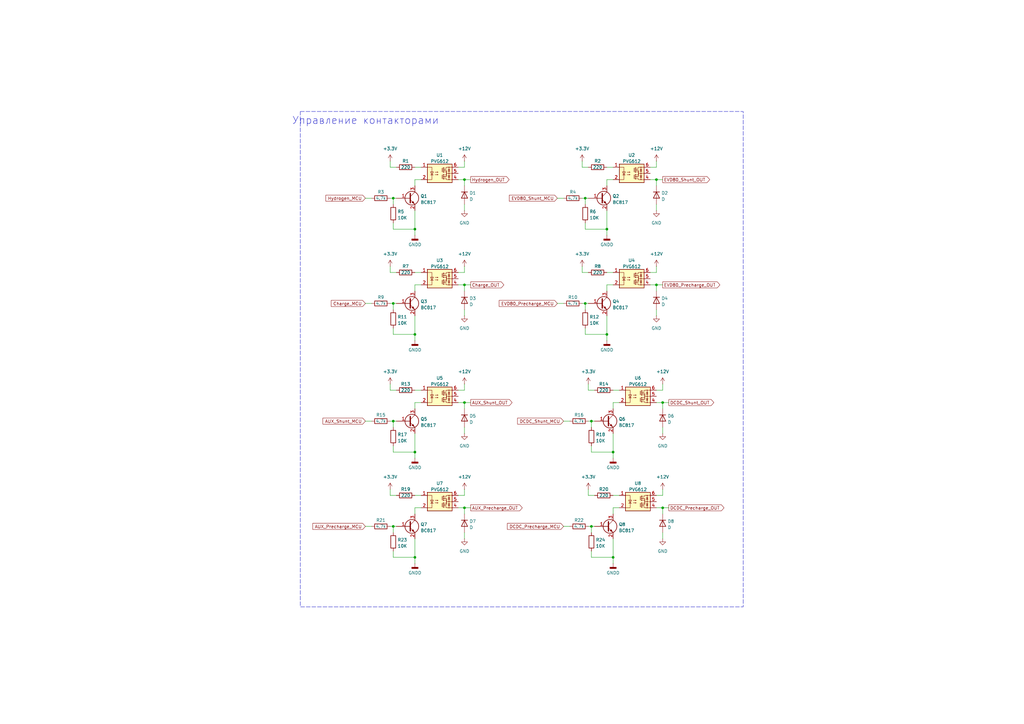
<source format=kicad_sch>
(kicad_sch (version 20231120) (generator "eeschema") (generator_version "8.0")
  (paper "A3")
  (lib_symbols
    (symbol "Device:D" (pin_numbers hide) (pin_names (offset 1.016) hide)
      (property "Reference" "D" (at 0 2.54 0))
      (property "Value" "D" (at 0 -2.54 0))
      (symbol "D_0_1"
        (polyline (pts (xy -1.27 1.27) (xy -1.27 -1.27)) (stroke (width 0.254)))
        (polyline (pts (xy 1.27 0) (xy -1.27 0)))
        (polyline (pts (xy 1.27 1.27) (xy 1.27 -1.27) (xy -1.27 0) (xy 1.27 1.27)) (stroke (width 0.254)))
      )
      (symbol "D_1_1"
        (pin passive line (at -3.81 0 0) (length 2.54) (name "K") (number "1"))
        (pin passive line (at 3.81 0 180) (length 2.54) (name "A") (number "2"))
      )
    )
    (symbol "Device:R" (pin_numbers hide) (pin_names (offset 0))
      (property "Reference" "R" (at 2.032 0 90))
      (property "Value" "R" (at 0 0 90))
      (symbol "R_0_1"
        (rectangle (start -1.016 -2.54) (end 1.016 2.54) (stroke (width 0.254)))
      )
      (symbol "R_1_1"
        (pin passive line (at 0 3.81 270) (length 1.27) (name "~") (number "1"))
        (pin passive line (at 0 -3.81 90) (length 1.27) (name "~") (number "2"))
      )
    )
    (symbol "GND_1" (power) (pin_numbers hide) (pin_names (offset 0) hide)
      (property "Value" "GND" (at 0 -3.81 0))
      (symbol "GND_1_0_1"
        (polyline (pts (xy 0 0) (xy 0 -1.27) (xy 1.27 -1.27) (xy 0 -2.54) (xy -1.27 -1.27) (xy 0 -1.27)))
      )
      (symbol "GND_1_1_1"
        (pin power_in line (at 0 0 270) (length 0) (name "~") (number "1"))
      )
    )
    (symbol "MyLibrary:PVG612" (pin_names (offset 1.016))
      (property "Reference" "U" (at -4.445 5.08 0))
      (property "Value" "PVG612" (at -1.27 -5.08 0))
      (symbol "PVG612_1_1"
        (rectangle (start -5.08 3.81) (end 5.08 -3.81) (stroke (width 0.254)) (fill (type background)))
        (polyline (pts (xy -3.81 -0.635) (xy -2.54 -0.635)))
        (polyline (pts (xy 1.016 -0.635) (xy 1.016 -2.159)) (stroke (width 0.2032)))
        (polyline (pts (xy 1.016 2.159) (xy 1.016 0.635)) (stroke (width 0.2032)))
        (polyline (pts (xy 1.524 -0.508) (xy 1.524 -0.762)) (stroke (width 0.3556)))
        (polyline (pts (xy 2.794 0) (xy 5.08 0)))
        (polyline (pts (xy 3.429 -1.651) (xy 4.191 -1.651)))
        (polyline (pts (xy 3.429 1.651) (xy 4.191 1.651)))
        (polyline (pts (xy 3.81 -2.54) (xy 3.81 2.54)))
        (polyline (pts (xy 1.524 -2.032) (xy 1.524 -2.286) (xy 1.524 -2.286)) (stroke (width 0.3556)))
        (polyline (pts (xy 1.524 -1.27) (xy 1.524 -1.524) (xy 1.524 -1.524)) (stroke (width 0.3556)))
        (polyline (pts (xy 1.524 0.762) (xy 1.524 0.508) (xy 1.524 0.508)) (stroke (width 0.3556)))
        (polyline (pts (xy 1.524 1.524) (xy 1.524 1.27) (xy 1.524 1.27)) (stroke (width 0.3556)))
        (polyline (pts (xy 1.524 2.286) (xy 1.524 2.032) (xy 1.524 2.032)) (stroke (width 0.3556)))
        (polyline (pts (xy 1.651 -1.397) (xy 2.794 -1.397) (xy 2.794 -0.635)))
        (polyline (pts (xy 1.651 1.397) (xy 2.794 1.397) (xy 2.794 0.635)))
        (polyline (pts (xy -5.08 2.54) (xy -3.175 2.54) (xy -3.175 -2.54) (xy -5.08 -2.54)))
        (polyline (pts (xy -3.175 -0.635) (xy -3.81 0.635) (xy -2.54 0.635) (xy -3.175 -0.635)))
        (polyline (pts (xy 1.651 -2.159) (xy 2.794 -2.159) (xy 2.794 -2.54) (xy 5.08 -2.54)))
        (polyline (pts (xy 1.651 -0.635) (xy 2.794 -0.635) (xy 2.794 0.635) (xy 1.651 0.635)))
        (polyline (pts (xy 1.651 2.159) (xy 2.794 2.159) (xy 2.794 2.54) (xy 5.08 2.54)))
        (polyline (pts (xy 1.778 -1.397) (xy 2.286 -1.27) (xy 2.286 -1.524) (xy 1.778 -1.397)))
        (polyline (pts (xy 1.778 1.397) (xy 2.286 1.524) (xy 2.286 1.27) (xy 1.778 1.397)))
        (polyline (pts (xy 3.81 -1.651) (xy 3.429 -0.889) (xy 4.191 -0.889) (xy 3.81 -1.651)))
        (polyline (pts (xy 3.81 1.651) (xy 3.429 0.889) (xy 4.191 0.889) (xy 3.81 1.651)))
        (polyline (pts (xy -1.905 -0.508) (xy -0.635 -0.508) (xy -1.016 -0.635) (xy -1.016 -0.381) (xy -0.635 -0.508)))
        (polyline (pts (xy -1.905 0.508) (xy -0.635 0.508) (xy -1.016 0.381) (xy -1.016 0.635) (xy -0.635 0.508)))
        (circle (center 2.794 -0.635) (radius 0.127))
        (circle (center 2.794 0) (radius 0.127))
        (circle (center 2.794 0.635) (radius 0.127))
        (circle (center 3.81 -2.54) (radius 0.127))
        (circle (center 3.81 0) (radius 0.127))
        (circle (center 3.81 2.54) (radius 0.127))
        (pin passive line (at -7.62 2.54 0) (length 2.54) (name "~") (number "1"))
        (pin passive line (at -7.62 -2.54 0) (length 2.54) (name "~") (number "2"))
        (pin no_connect line (at -5.08 0 0) (length 2.54) hide (name "~") (number "3"))
        (pin passive line (at 7.62 -2.54 180) (length 2.54) (name "~") (number "4"))
        (pin passive line (at 7.62 0 180) (length 2.54) (name "~") (number "5"))
        (pin passive line (at 7.62 2.54 180) (length 2.54) (name "~") (number "6"))
      )
    )
    (symbol "Transistor_BJT:BC817" (pin_names (offset 0) hide)
      (property "Reference" "Q" (at 5.08 1.905 0))
      (property "Value" "BC817" (at 5.08 0 0))
      (symbol "BC817_0_1"
        (polyline (pts (xy 0.635 0.635) (xy 2.54 2.54)))
        (polyline (pts (xy 0.635 -0.635) (xy 2.54 -2.54) (xy 2.54 -2.54)))
        (polyline (pts (xy 0.635 1.905) (xy 0.635 -1.905) (xy 0.635 -1.905)) (stroke (width 0.508)))
        (polyline (pts (xy 1.27 -1.778) (xy 1.778 -1.27) (xy 2.286 -2.286) (xy 1.27 -1.778) (xy 1.27 -1.778)) (fill (type outline)))
        (circle (center 1.27 0) (radius 2.8194) (stroke (width 0.254)))
      )
      (symbol "BC817_1_1"
        (pin input line (at -5.08 0 0) (length 5.715) (name "B") (number "1"))
        (pin passive line (at 2.54 -5.08 90) (length 2.54) (name "E") (number "2"))
        (pin passive line (at 2.54 5.08 270) (length 2.54) (name "C") (number "3"))
      )
    )
    (symbol "power:+12V" (power) (pin_numbers hide) (pin_names (offset 0) hide)
      (property "Value" "+12V" (at 0 3.556 0))
      (symbol "+12V_0_1"
        (polyline (pts (xy -0.762 1.27) (xy 0 2.54)))
        (polyline (pts (xy 0 0) (xy 0 2.54)))
        (polyline (pts (xy 0 2.54) (xy 0.762 1.27)))
      )
      (symbol "+12V_1_1"
        (pin power_in line (at 0 0 90) (length 0) (name "~") (number "1"))
      )
    )
    (symbol "power:+3.3V" (power) (pin_numbers hide) (pin_names (offset 0) hide)
      (property "Value" "+3.3V" (at 0 3.556 0))
      (symbol "+3.3V_0_1"
        (polyline (pts (xy -0.762 1.27) (xy 0 2.54)))
        (polyline (pts (xy 0 0) (xy 0 2.54)))
        (polyline (pts (xy 0 2.54) (xy 0.762 1.27)))
      )
      (symbol "+3.3V_1_1"
        (pin power_in line (at 0 0 90) (length 0) (name "~") (number "1"))
      )
    )
    (symbol "power:GNDD" (power) (pin_numbers hide) (pin_names (offset 0) hide)
      (property "Value" "GNDD" (at 0 -3.175 0))
      (symbol "GNDD_0_1"
        (rectangle (start -1.27 -1.524) (end 1.27 -2.032) (stroke (width 0.254)) (fill (type outline)))
        (polyline (pts (xy 0 0) (xy 0 -1.524)))
      )
      (symbol "GNDD_1_1"
        (pin power_in line (at 0 0 270) (length 0) (name "~") (number "1"))
      )
    )
  )
  (junction (at 240.03 124.46))
  (junction (at 161.29 124.46))
  (junction (at 248.92 93.98))
  (junction (at 271.78 208.28))
  (junction (at 161.29 215.9))
  (junction (at 170.18 93.98))
  (junction (at 248.92 137.16))
  (junction (at 269.24 73.66))
  (junction (at 170.18 185.42))
  (junction (at 190.5 116.84))
  (junction (at 161.29 172.72))
  (junction (at 170.18 228.6))
  (junction (at 170.18 137.16))
  (junction (at 190.5 73.66))
  (junction (at 242.57 215.9))
  (junction (at 240.03 81.28))
  (junction (at 190.5 165.1))
  (junction (at 271.78 165.1))
  (junction (at 251.46 228.6))
  (junction (at 242.57 172.72))
  (junction (at 251.46 185.42))
  (junction (at 161.29 81.28))
  (junction (at 190.5 208.28))
  (junction (at 269.24 116.84))
  (wire (pts (xy 242.57 228.6) (xy 242.57 226.06)))
  (wire (pts (xy 160.02 81.28) (xy 161.29 81.28)))
  (wire (pts (xy 269.24 160.02) (xy 271.78 160.02)))
  (wire (pts (xy 161.29 81.28) (xy 162.56 81.28)))
  (wire (pts (xy 248.92 68.58) (xy 251.46 68.58)))
  (wire (pts (xy 241.3 200.66) (xy 241.3 203.2)))
  (wire (pts (xy 238.76 68.58) (xy 241.3 68.58)))
  (wire (pts (xy 190.5 203.2) (xy 190.5 200.66)))
  (wire (pts (xy 248.92 93.98) (xy 248.92 96.52)))
  (wire (pts (xy 170.18 228.6) (xy 161.29 228.6)))
  (wire (pts (xy 160.02 109.22) (xy 160.02 111.76)))
  (wire (pts (xy 269.24 116.84) (xy 271.78 116.84)))
  (wire (pts (xy 190.5 73.66) (xy 190.5 76.2)))
  (wire (pts (xy 269.24 116.84) (xy 269.24 119.38)))
  (wire (pts (xy 170.18 203.2) (xy 172.72 203.2)))
  (wire (pts (xy 271.78 203.2) (xy 271.78 200.66)))
  (wire (pts (xy 251.46 165.1) (xy 254 165.1)))
  (wire (pts (xy 170.18 86.36) (xy 170.18 93.98)))
  (wire (pts (xy 161.29 215.9) (xy 161.29 218.44)))
  (wire (pts (xy 242.57 215.9) (xy 242.57 218.44)))
  (wire (pts (xy 228.6 81.28) (xy 231.14 81.28)))
  (wire (pts (xy 271.78 165.1) (xy 274.32 165.1)))
  (wire (pts (xy 251.46 185.42) (xy 242.57 185.42)))
  (wire (pts (xy 161.29 185.42) (xy 161.29 182.88)))
  (wire (pts (xy 266.7 111.76) (xy 269.24 111.76)))
  (wire (pts (xy 231.14 172.72) (xy 233.68 172.72)))
  (wire (pts (xy 271.78 218.44) (xy 271.78 220.98)))
  (wire (pts (xy 160.02 66.04) (xy 160.02 68.58)))
  (wire (pts (xy 241.3 215.9) (xy 242.57 215.9)))
  (wire (pts (xy 241.3 203.2) (xy 243.84 203.2)))
  (wire (pts (xy 160.02 160.02) (xy 162.56 160.02)))
  (wire (pts (xy 161.29 137.16) (xy 161.29 134.62)))
  (wire (pts (xy 251.46 185.42) (xy 251.46 187.96)))
  (wire (pts (xy 190.5 111.76) (xy 190.5 109.22)))
  (wire (pts (xy 271.78 165.1) (xy 271.78 167.64)))
  (wire (pts (xy 149.86 172.72) (xy 152.4 172.72)))
  (wire (pts (xy 170.18 208.28) (xy 172.72 208.28)))
  (wire (pts (xy 160.02 111.76) (xy 162.56 111.76)))
  (wire (pts (xy 160.02 200.66) (xy 160.02 203.2)))
  (wire (pts (xy 240.03 124.46) (xy 241.3 124.46)))
  (wire (pts (xy 248.92 119.38) (xy 248.92 116.84)))
  (wire (pts (xy 269.24 73.66) (xy 269.24 76.2)))
  (wire (pts (xy 242.57 172.72) (xy 242.57 175.26)))
  (wire (pts (xy 242.57 172.72) (xy 243.84 172.72)))
  (wire (pts (xy 170.18 137.16) (xy 170.18 139.7)))
  (wire (pts (xy 248.92 129.54) (xy 248.92 137.16)))
  (wire (pts (xy 241.3 157.48) (xy 241.3 160.02)))
  (wire (pts (xy 269.24 73.66) (xy 271.78 73.66)))
  (wire (pts (xy 190.5 165.1) (xy 193.04 165.1)))
  (wire (pts (xy 170.18 93.98) (xy 170.18 96.52)))
  (wire (pts (xy 240.03 137.16) (xy 240.03 134.62)))
  (wire (pts (xy 187.96 73.66) (xy 190.5 73.66)))
  (wire (pts (xy 266.7 73.66) (xy 269.24 73.66)))
  (wire (pts (xy 149.86 81.28) (xy 152.4 81.28)))
  (wire (pts (xy 251.46 210.82) (xy 251.46 208.28)))
  (wire (pts (xy 240.03 93.98) (xy 240.03 91.44)))
  (wire (pts (xy 238.76 124.46) (xy 240.03 124.46)))
  (wire (pts (xy 170.18 76.2) (xy 170.18 73.66)))
  (wire (pts (xy 251.46 177.8) (xy 251.46 185.42)))
  (wire (pts (xy 149.86 124.46) (xy 152.4 124.46)))
  (wire (pts (xy 240.03 81.28) (xy 240.03 83.82)))
  (wire (pts (xy 170.18 185.42) (xy 170.18 187.96)))
  (wire (pts (xy 170.18 116.84) (xy 172.72 116.84)))
  (wire (pts (xy 190.5 73.66) (xy 193.04 73.66)))
  (wire (pts (xy 161.29 215.9) (xy 162.56 215.9)))
  (wire (pts (xy 248.92 137.16) (xy 240.03 137.16)))
  (wire (pts (xy 170.18 129.54) (xy 170.18 137.16)))
  (wire (pts (xy 170.18 93.98) (xy 161.29 93.98)))
  (wire (pts (xy 248.92 76.2) (xy 248.92 73.66)))
  (wire (pts (xy 251.46 167.64) (xy 251.46 165.1)))
  (wire (pts (xy 161.29 228.6) (xy 161.29 226.06)))
  (wire (pts (xy 269.24 165.1) (xy 271.78 165.1)))
  (wire (pts (xy 170.18 177.8) (xy 170.18 185.42)))
  (wire (pts (xy 161.29 172.72) (xy 161.29 175.26)))
  (wire (pts (xy 238.76 111.76) (xy 241.3 111.76)))
  (wire (pts (xy 170.18 228.6) (xy 170.18 231.14)))
  (wire (pts (xy 170.18 119.38) (xy 170.18 116.84)))
  (wire (pts (xy 160.02 203.2) (xy 162.56 203.2)))
  (wire (pts (xy 242.57 215.9) (xy 243.84 215.9)))
  (wire (pts (xy 251.46 160.02) (xy 254 160.02)))
  (wire (pts (xy 269.24 208.28) (xy 271.78 208.28)))
  (wire (pts (xy 161.29 124.46) (xy 162.56 124.46)))
  (wire (pts (xy 160.02 157.48) (xy 160.02 160.02)))
  (wire (pts (xy 190.5 83.82) (xy 190.5 86.36)))
  (wire (pts (xy 160.02 215.9) (xy 161.29 215.9)))
  (wire (pts (xy 266.7 116.84) (xy 269.24 116.84)))
  (wire (pts (xy 190.5 127) (xy 190.5 129.54)))
  (wire (pts (xy 190.5 116.84) (xy 193.04 116.84)))
  (wire (pts (xy 266.7 68.58) (xy 269.24 68.58)))
  (wire (pts (xy 190.5 68.58) (xy 190.5 66.04)))
  (wire (pts (xy 160.02 172.72) (xy 161.29 172.72)))
  (wire (pts (xy 187.96 203.2) (xy 190.5 203.2)))
  (wire (pts (xy 271.78 208.28) (xy 274.32 208.28)))
  (wire (pts (xy 269.24 203.2) (xy 271.78 203.2)))
  (wire (pts (xy 187.96 111.76) (xy 190.5 111.76)))
  (wire (pts (xy 242.57 185.42) (xy 242.57 182.88)))
  (wire (pts (xy 240.03 81.28) (xy 241.3 81.28)))
  (wire (pts (xy 238.76 81.28) (xy 240.03 81.28)))
  (wire (pts (xy 187.96 68.58) (xy 190.5 68.58)))
  (wire (pts (xy 240.03 124.46) (xy 240.03 127)))
  (wire (pts (xy 190.5 116.84) (xy 190.5 119.38)))
  (wire (pts (xy 269.24 83.82) (xy 269.24 86.36)))
  (wire (pts (xy 251.46 228.6) (xy 242.57 228.6)))
  (wire (pts (xy 241.3 172.72) (xy 242.57 172.72)))
  (wire (pts (xy 190.5 165.1) (xy 190.5 167.64)))
  (wire (pts (xy 241.3 160.02) (xy 243.84 160.02)))
  (wire (pts (xy 170.18 137.16) (xy 161.29 137.16)))
  (wire (pts (xy 170.18 73.66) (xy 172.72 73.66)))
  (wire (pts (xy 170.18 160.02) (xy 172.72 160.02)))
  (wire (pts (xy 190.5 218.44) (xy 190.5 220.98)))
  (wire (pts (xy 238.76 109.22) (xy 238.76 111.76)))
  (wire (pts (xy 248.92 137.16) (xy 248.92 139.7)))
  (wire (pts (xy 160.02 68.58) (xy 162.56 68.58)))
  (wire (pts (xy 269.24 68.58) (xy 269.24 66.04)))
  (wire (pts (xy 251.46 220.98) (xy 251.46 228.6)))
  (wire (pts (xy 170.18 220.98) (xy 170.18 228.6)))
  (wire (pts (xy 170.18 210.82) (xy 170.18 208.28)))
  (wire (pts (xy 190.5 208.28) (xy 193.04 208.28)))
  (wire (pts (xy 190.5 160.02) (xy 190.5 157.48)))
  (wire (pts (xy 248.92 116.84) (xy 251.46 116.84)))
  (wire (pts (xy 238.76 66.04) (xy 238.76 68.58)))
  (wire (pts (xy 251.46 228.6) (xy 251.46 231.14)))
  (wire (pts (xy 161.29 124.46) (xy 161.29 127)))
  (wire (pts (xy 248.92 93.98) (xy 240.03 93.98)))
  (wire (pts (xy 161.29 172.72) (xy 162.56 172.72)))
  (wire (pts (xy 161.29 93.98) (xy 161.29 91.44)))
  (wire (pts (xy 190.5 175.26) (xy 190.5 177.8)))
  (wire (pts (xy 271.78 175.26) (xy 271.78 177.8)))
  (wire (pts (xy 269.24 127) (xy 269.24 129.54)))
  (wire (pts (xy 248.92 73.66) (xy 251.46 73.66)))
  (wire (pts (xy 251.46 208.28) (xy 254 208.28)))
  (wire (pts (xy 271.78 160.02) (xy 271.78 157.48)))
  (wire (pts (xy 170.18 68.58) (xy 172.72 68.58)))
  (wire (pts (xy 271.78 208.28) (xy 271.78 210.82)))
  (wire (pts (xy 187.96 208.28) (xy 190.5 208.28)))
  (wire (pts (xy 161.29 81.28) (xy 161.29 83.82)))
  (wire (pts (xy 251.46 203.2) (xy 254 203.2)))
  (wire (pts (xy 170.18 165.1) (xy 172.72 165.1)))
  (wire (pts (xy 149.86 215.9) (xy 152.4 215.9)))
  (wire (pts (xy 187.96 165.1) (xy 190.5 165.1)))
  (wire (pts (xy 170.18 167.64) (xy 170.18 165.1)))
  (wire (pts (xy 231.14 215.9) (xy 233.68 215.9)))
  (wire (pts (xy 187.96 160.02) (xy 190.5 160.02)))
  (wire (pts (xy 160.02 124.46) (xy 161.29 124.46)))
  (wire (pts (xy 170.18 185.42) (xy 161.29 185.42)))
  (wire (pts (xy 190.5 208.28) (xy 190.5 210.82)))
  (wire (pts (xy 248.92 86.36) (xy 248.92 93.98)))
  (wire (pts (xy 269.24 111.76) (xy 269.24 109.22)))
  (wire (pts (xy 170.18 111.76) (xy 172.72 111.76)))
  (wire (pts (xy 248.92 111.76) (xy 251.46 111.76)))
  (wire (pts (xy 228.6 124.46) (xy 231.14 124.46)))
  (wire (pts (xy 187.96 116.84) (xy 190.5 116.84)))
  (rectangle (start 123.19 45.72) (end 304.8 248.92) (stroke (width 0) (type dash)))
  (text "Управление контакторами\n" (at 149.86 49.53 0) (effects (font (size 3 3))))
  (global_label "DCDC_Shunt_MCU" (shape input) (at 231.14 172.72 180) (property "Intersheetrefs" "${INTERSHEET_REFS}" (effects (hide yes))))
  (global_label "AUX_Precharge_OUT" (shape output) (at 193.04 208.28 0) (property "Intersheetrefs" "${INTERSHEET_REFS}" (effects (hide yes))))
  (global_label "AUX_Shunt_OUT" (shape output) (at 193.04 165.1 0) (property "Intersheetrefs" "${INTERSHEET_REFS}" (effects (hide yes))))
  (global_label "Hydrogen_MCU" (shape input) (at 149.86 81.28 180) (property "Intersheetrefs" "${INTERSHEET_REFS}" (effects (hide yes))))
  (global_label "EVD80_Shunt_MCU" (shape input) (at 228.6 81.28 180) (property "Intersheetrefs" "${INTERSHEET_REFS}" (effects (hide yes))))
  (global_label "EVD80_Precharge_MCU" (shape input) (at 228.6 124.46 180) (property "Intersheetrefs" "${INTERSHEET_REFS}" (effects (hide yes))))
  (global_label "AUX_Precharge_MCU" (shape input) (at 149.86 215.9 180) (property "Intersheetrefs" "${INTERSHEET_REFS}" (effects (hide yes))))
  (global_label "DCDC_Shunt_OUT" (shape output) (at 274.32 165.1 0) (property "Intersheetrefs" "${INTERSHEET_REFS}" (effects (hide yes))))
  (global_label "DCDC_Precharge_OUT" (shape output) (at 274.32 208.28 0) (property "Intersheetrefs" "${INTERSHEET_REFS}" (effects (hide yes))))
  (global_label "AUX_Shunt_MCU" (shape input) (at 149.86 172.72 180) (property "Intersheetrefs" "${INTERSHEET_REFS}" (effects (hide yes))))
  (global_label "Hydrogen_OUT" (shape output) (at 193.04 73.66 0) (property "Intersheetrefs" "${INTERSHEET_REFS}" (effects (hide yes))))
  (global_label "DCDC_Precharge_MCU" (shape input) (at 231.14 215.9 180) (property "Intersheetrefs" "${INTERSHEET_REFS}" (effects (hide yes))))
  (global_label "Charge_MCU" (shape input) (at 149.86 124.46 180) (property "Intersheetrefs" "${INTERSHEET_REFS}" (effects (hide yes))))
  (global_label "Charge_OUT" (shape output) (at 193.04 116.84 0) (property "Intersheetrefs" "${INTERSHEET_REFS}" (effects (hide yes))))
  (global_label "EVD80_Precharge_OUT" (shape output) (at 271.78 116.84 0) (property "Intersheetrefs" "${INTERSHEET_REFS}" (effects (hide yes))))
  (global_label "EVD80_Shunt_OUT" (shape output) (at 271.78 73.66 0) (property "Intersheetrefs" "${INTERSHEET_REFS}" (effects (hide yes))))
  (symbol (lib_id "Device:R") (at 247.65 203.2 90) (unit 1)
    (property "Reference" "R20" (at 247.65 200.66 90))
    (property "Value" "220" (at 247.65 203.2 90))
    (property "Footprint" "Resistor_SMD:R_0805_2012Metric" (effects (hide yes)))
  )
  (symbol (lib_id "Device:R") (at 240.03 87.63 0) (unit 1)
    (property "Reference" "R6" (at 241.808 86.7953 0) (effects (justify left)))
    (property "Value" "10K" (at 241.808 89.3322 0) (effects (justify left)))
    (property "Footprint" "Resistor_SMD:R_0805_2012Metric" (effects (hide yes)))
  )
  (symbol (lib_id "power:+12V") (at 190.5 157.48 0) (unit 1)
    (property "Reference" "#PWR018" (effects (hide yes)))
    (property "Value" "+12V" (at 190.5 152.4 0))
    (property "Description" "Power symbol creates a global label with name \"+12V\"" (effects (hide yes)))
  )
  (symbol (lib_id "power:GNDD") (at 170.18 231.14 0) (unit 1)
    (property "Reference" "#PWR031" (effects (hide yes)))
    (property "Value" "GNDD" (at 170.18 234.95 0))
    (property "Description" "Power symbol creates a global label with name \"GNDD\" , digital ground" (effects (hide yes)))
  )
  (symbol (lib_id "Device:D") (at 269.24 80.01 270) (unit 1)
    (property "Reference" "D2" (at 271.272 79.1753 90) (effects (justify left)))
    (property "Value" "D" (at 271.272 81.7122 90) (effects (justify left)))
    (property "Footprint" "Diode_SMD:D_SMA" (effects (hide yes)))
  )
  (symbol (lib_id "power:+12V") (at 269.24 66.04 0) (unit 1)
    (property "Reference" "#PWR04" (effects (hide yes)))
    (property "Value" "+12V" (at 269.24 60.96 0))
    (property "Description" "Power symbol creates a global label with name \"+12V\"" (effects (hide yes)))
  )
  (symbol (lib_id "Device:R") (at 240.03 130.81 0) (unit 1)
    (property "Reference" "R12" (at 241.808 129.9753 0) (effects (justify left)))
    (property "Value" "10K" (at 241.808 132.5122 0) (effects (justify left)))
    (property "Footprint" "Resistor_SMD:R_0805_2012Metric" (effects (hide yes)))
  )
  (symbol (lib_id "Transistor_BJT:BC817") (at 246.38 124.46 0) (unit 1)
    (property "Reference" "Q4" (at 251.2314 123.6253 0) (effects (justify left)))
    (property "Value" "BC817" (at 251.2314 126.1622 0) (effects (justify left)))
    (property "Footprint" "Package_TO_SOT_SMD:SOT-23" (effects (hide yes)))
    (property "Datasheet" "https://www.onsemi.com/pub/Collateral/BC818-D.pdf" (effects (hide yes)))
  )
  (symbol (lib_id "MyLibrary:PVG612") (at 180.34 114.3 0) (unit 1)
    (property "Reference" "U3" (at 180.34 106.7902 0))
    (property "Value" "PVG612" (at 180.34 109.3271 0))
    (property "Footprint" "Package_DIP:DIP-6_W8.89mm_SMDSocket_LongPads" (effects (hide yes)))
    (property "Datasheet" "https://www.infineon.com/dgdl/Infineon-PVG612-DataSheet-v01_00-EN.pdf?fileId=5546d462533600a401535683c1892937" (effects (hide yes)))
  )
  (symbol (lib_id "power:+3.3V") (at 160.02 157.48 0) (unit 1)
    (property "Reference" "#PWR017" (effects (hide yes)))
    (property "Value" "+3.3V" (at 160.02 152.4 0))
    (property "Description" "Power symbol creates a global label with name \"+3.3V\"" (effects (hide yes)))
  )
  (symbol (lib_id "Device:R") (at 161.29 222.25 0) (unit 1)
    (property "Reference" "R23" (at 163.068 221.4153 0) (effects (justify left)))
    (property "Value" "10K" (at 163.068 223.9522 0) (effects (justify left)))
    (property "Footprint" "Resistor_SMD:R_0805_2012Metric" (effects (hide yes)))
  )
  (symbol (lib_id "power:+12V") (at 190.5 66.04 0) (unit 1)
    (property "Reference" "#PWR02" (effects (hide yes)))
    (property "Value" "+12V" (at 190.5 60.96 0))
    (property "Description" "Power symbol creates a global label with name \"+12V\"" (effects (hide yes)))
  )
  (symbol (lib_id "Transistor_BJT:BC817") (at 167.64 81.28 0) (unit 1)
    (property "Reference" "Q1" (at 172.4914 80.4453 0) (effects (justify left)))
    (property "Value" "BC817" (at 172.4914 82.9822 0) (effects (justify left)))
    (property "Footprint" "Package_TO_SOT_SMD:SOT-23" (effects (hide yes)))
    (property "Datasheet" "https://www.onsemi.com/pub/Collateral/BC818-D.pdf" (effects (hide yes)))
  )
  (symbol (lib_name "GND_1") (lib_id "power:GND") (at 190.5 86.36 0) (unit 1)
    (property "Reference" "#PWR05" (effects (hide yes)))
    (property "Value" "GND" (at 190.5 91.44 0))
    (property "Description" "Power symbol creates a global label with name \"GND\" , ground" (effects (hide yes)))
  )
  (symbol (lib_id "power:+12V") (at 271.78 157.48 0) (unit 1)
    (property "Reference" "#PWR020" (effects (hide yes)))
    (property "Value" "+12V" (at 271.78 152.4 0))
    (property "Description" "Power symbol creates a global label with name \"+12V\"" (effects (hide yes)))
  )
  (symbol (lib_id "power:GNDD") (at 248.92 96.52 0) (unit 1)
    (property "Reference" "#PWR08" (effects (hide yes)))
    (property "Value" "GNDD" (at 248.92 100.33 0))
    (property "Description" "Power symbol creates a global label with name \"GNDD\" , digital ground" (effects (hide yes)))
  )
  (symbol (lib_id "Device:D") (at 190.5 123.19 270) (unit 1)
    (property "Reference" "D3" (at 192.532 122.3553 90) (effects (justify left)))
    (property "Value" "D" (at 192.532 124.8922 90) (effects (justify left)))
    (property "Footprint" "Diode_SMD:D_SMA" (effects (hide yes)))
  )
  (symbol (lib_id "power:GNDD") (at 251.46 231.14 0) (unit 1)
    (property "Reference" "#PWR032" (effects (hide yes)))
    (property "Value" "GNDD" (at 251.46 234.95 0))
    (property "Description" "Power symbol creates a global label with name \"GNDD\" , digital ground" (effects (hide yes)))
  )
  (symbol (lib_id "Device:R") (at 166.37 160.02 90) (unit 1)
    (property "Reference" "R13" (at 166.37 157.48 90))
    (property "Value" "220" (at 166.37 160.02 90))
    (property "Footprint" "Resistor_SMD:R_0805_2012Metric" (effects (hide yes)))
  )
  (symbol (lib_id "Device:R") (at 247.65 160.02 90) (unit 1)
    (property "Reference" "R14" (at 247.65 157.48 90))
    (property "Value" "220" (at 247.65 160.02 90))
    (property "Footprint" "Resistor_SMD:R_0805_2012Metric" (effects (hide yes)))
  )
  (symbol (lib_id "Transistor_BJT:BC817") (at 167.64 172.72 0) (unit 1)
    (property "Reference" "Q5" (at 172.4914 171.8853 0) (effects (justify left)))
    (property "Value" "BC817" (at 172.4914 174.4222 0) (effects (justify left)))
    (property "Footprint" "Package_TO_SOT_SMD:SOT-23" (effects (hide yes)))
    (property "Datasheet" "https://www.onsemi.com/pub/Collateral/BC818-D.pdf" (effects (hide yes)))
  )
  (symbol (lib_name "GND_1") (lib_id "power:GND") (at 190.5 177.8 0) (unit 1)
    (property "Reference" "#PWR021" (effects (hide yes)))
    (property "Value" "GND" (at 190.5 182.88 0))
    (property "Description" "Power symbol creates a global label with name \"GND\" , ground" (effects (hide yes)))
  )
  (symbol (lib_id "MyLibrary:PVG612") (at 180.34 71.12 0) (unit 1)
    (property "Reference" "U1" (at 180.34 63.6102 0))
    (property "Value" "PVG612" (at 180.34 66.1471 0))
    (property "Footprint" "Package_DIP:DIP-6_W8.89mm_SMDSocket_LongPads" (effects (hide yes)))
    (property "Datasheet" "https://www.infineon.com/dgdl/Infineon-PVG612-DataSheet-v01_00-EN.pdf?fileId=5546d462533600a401535683c1892937" (effects (hide yes)))
  )
  (symbol (lib_id "power:GNDD") (at 170.18 187.96 0) (unit 1)
    (property "Reference" "#PWR023" (effects (hide yes)))
    (property "Value" "GNDD" (at 170.18 191.77 0))
    (property "Description" "Power symbol creates a global label with name \"GNDD\" , digital ground" (effects (hide yes)))
  )
  (symbol (lib_id "Device:R") (at 234.95 81.28 90) (unit 1)
    (property "Reference" "R4" (at 234.95 78.74 90))
    (property "Value" "4.7k" (at 234.95 81.28 90))
    (property "Footprint" "Resistor_SMD:R_0805_2012Metric" (effects (hide yes)))
  )
  (symbol (lib_id "Device:D") (at 190.5 80.01 270) (unit 1)
    (property "Reference" "D1" (at 192.532 79.1753 90) (effects (justify left)))
    (property "Value" "D" (at 192.532 81.7122 90) (effects (justify left)))
    (property "Footprint" "Diode_SMD:D_SMA" (effects (hide yes)))
  )
  (symbol (lib_id "Device:R") (at 234.95 124.46 90) (unit 1)
    (property "Reference" "R10" (at 234.95 121.92 90))
    (property "Value" "4.7k" (at 234.95 124.46 90))
    (property "Footprint" "Resistor_SMD:R_0805_2012Metric" (effects (hide yes)))
  )
  (symbol (lib_id "power:+3.3V") (at 160.02 109.22 0) (unit 1)
    (property "Reference" "#PWR09" (effects (hide yes)))
    (property "Value" "+3.3V" (at 160.02 104.14 0))
    (property "Description" "Power symbol creates a global label with name \"+3.3V\"" (effects (hide yes)))
  )
  (symbol (lib_name "GND_1") (lib_id "power:GND") (at 190.5 220.98 0) (unit 1)
    (property "Reference" "#PWR029" (effects (hide yes)))
    (property "Value" "GND" (at 190.5 226.06 0))
    (property "Description" "Power symbol creates a global label with name \"GND\" , ground" (effects (hide yes)))
  )
  (symbol (lib_id "Transistor_BJT:BC817") (at 167.64 124.46 0) (unit 1)
    (property "Reference" "Q3" (at 172.4914 123.6253 0) (effects (justify left)))
    (property "Value" "BC817" (at 172.4914 126.1622 0) (effects (justify left)))
    (property "Footprint" "Package_TO_SOT_SMD:SOT-23" (effects (hide yes)))
    (property "Datasheet" "https://www.onsemi.com/pub/Collateral/BC818-D.pdf" (effects (hide yes)))
  )
  (symbol (lib_id "power:GNDD") (at 170.18 139.7 0) (unit 1)
    (property "Reference" "#PWR015" (effects (hide yes)))
    (property "Value" "GNDD" (at 170.18 143.51 0))
    (property "Description" "Power symbol creates a global label with name \"GNDD\" , digital ground" (effects (hide yes)))
  )
  (symbol (lib_name "GND_1") (lib_id "power:GND") (at 190.5 129.54 0) (unit 1)
    (property "Reference" "#PWR013" (effects (hide yes)))
    (property "Value" "GND" (at 190.5 134.62 0))
    (property "Description" "Power symbol creates a global label with name \"GND\" , ground" (effects (hide yes)))
  )
  (symbol (lib_id "Device:R") (at 245.11 68.58 90) (unit 1)
    (property "Reference" "R2" (at 245.11 66.04 90))
    (property "Value" "220" (at 245.11 68.58 90))
    (property "Footprint" "Resistor_SMD:R_0805_2012Metric" (effects (hide yes)))
  )
  (symbol (lib_id "power:+3.3V") (at 241.3 200.66 0) (unit 1)
    (property "Reference" "#PWR027" (effects (hide yes)))
    (property "Value" "+3.3V" (at 241.3 195.58 0))
    (property "Description" "Power symbol creates a global label with name \"+3.3V\"" (effects (hide yes)))
  )
  (symbol (lib_id "MyLibrary:PVG612") (at 261.62 162.56 0) (unit 1)
    (property "Reference" "U6" (at 261.62 155.0502 0))
    (property "Value" "PVG612" (at 261.62 157.5871 0))
    (property "Footprint" "Package_DIP:DIP-6_W8.89mm_SMDSocket_LongPads" (effects (hide yes)))
    (property "Datasheet" "https://www.infineon.com/dgdl/Infineon-PVG612-DataSheet-v01_00-EN.pdf?fileId=5546d462533600a401535683c1892937" (effects (hide yes)))
  )
  (symbol (lib_id "Transistor_BJT:BC817") (at 248.92 172.72 0) (unit 1)
    (property "Reference" "Q6" (at 253.7714 171.8853 0) (effects (justify left)))
    (property "Value" "BC817" (at 253.7714 174.4222 0) (effects (justify left)))
    (property "Footprint" "Package_TO_SOT_SMD:SOT-23" (effects (hide yes)))
    (property "Datasheet" "https://www.onsemi.com/pub/Collateral/BC818-D.pdf" (effects (hide yes)))
  )
  (symbol (lib_id "Device:R") (at 156.21 172.72 90) (unit 1)
    (property "Reference" "R15" (at 156.21 170.18 90))
    (property "Value" "4.7k" (at 156.21 172.72 90))
    (property "Footprint" "Resistor_SMD:R_0805_2012Metric" (effects (hide yes)))
  )
  (symbol (lib_id "Device:R") (at 166.37 68.58 90) (unit 1)
    (property "Reference" "R1" (at 166.37 66.04 90))
    (property "Value" "220" (at 166.37 68.58 90))
    (property "Footprint" "Resistor_SMD:R_0805_2012Metric" (effects (hide yes)))
  )
  (symbol (lib_id "Device:R") (at 161.29 179.07 0) (unit 1)
    (property "Reference" "R17" (at 163.068 178.2353 0) (effects (justify left)))
    (property "Value" "10K" (at 163.068 180.7722 0) (effects (justify left)))
    (property "Footprint" "Resistor_SMD:R_0805_2012Metric" (effects (hide yes)))
  )
  (symbol (lib_id "power:GNDD") (at 248.92 139.7 0) (unit 1)
    (property "Reference" "#PWR016" (effects (hide yes)))
    (property "Value" "GNDD" (at 248.92 143.51 0))
    (property "Description" "Power symbol creates a global label with name \"GNDD\" , digital ground" (effects (hide yes)))
  )
  (symbol (lib_id "power:GNDD") (at 251.46 187.96 0) (unit 1)
    (property "Reference" "#PWR024" (effects (hide yes)))
    (property "Value" "GNDD" (at 251.46 191.77 0))
    (property "Description" "Power symbol creates a global label with name \"GNDD\" , digital ground" (effects (hide yes)))
  )
  (symbol (lib_id "Transistor_BJT:BC817") (at 246.38 81.28 0) (unit 1)
    (property "Reference" "Q2" (at 251.2314 80.4453 0) (effects (justify left)))
    (property "Value" "BC817" (at 251.2314 82.9822 0) (effects (justify left)))
    (property "Footprint" "Package_TO_SOT_SMD:SOT-23" (effects (hide yes)))
    (property "Datasheet" "https://www.onsemi.com/pub/Collateral/BC818-D.pdf" (effects (hide yes)))
  )
  (symbol (lib_id "MyLibrary:PVG612") (at 180.34 205.74 0) (unit 1)
    (property "Reference" "U7" (at 180.34 198.2302 0))
    (property "Value" "PVG612" (at 180.34 200.7671 0))
    (property "Footprint" "Package_DIP:DIP-6_W8.89mm_SMDSocket_LongPads" (effects (hide yes)))
    (property "Datasheet" "https://www.infineon.com/dgdl/Infineon-PVG612-DataSheet-v01_00-EN.pdf?fileId=5546d462533600a401535683c1892937" (effects (hide yes)))
  )
  (symbol (lib_id "Device:R") (at 161.29 87.63 0) (unit 1)
    (property "Reference" "R5" (at 163.068 86.7953 0) (effects (justify left)))
    (property "Value" "10K" (at 163.068 89.3322 0) (effects (justify left)))
    (property "Footprint" "Resistor_SMD:R_0805_2012Metric" (effects (hide yes)))
  )
  (symbol (lib_id "Transistor_BJT:BC817") (at 248.92 215.9 0) (unit 1)
    (property "Reference" "Q8" (at 253.7714 215.0653 0) (effects (justify left)))
    (property "Value" "BC817" (at 253.7714 217.6022 0) (effects (justify left)))
    (property "Footprint" "Package_TO_SOT_SMD:SOT-23" (effects (hide yes)))
    (property "Datasheet" "https://www.onsemi.com/pub/Collateral/BC818-D.pdf" (effects (hide yes)))
  )
  (symbol (lib_id "MyLibrary:PVG612") (at 259.08 114.3 0) (unit 1)
    (property "Reference" "U4" (at 259.08 106.7902 0))
    (property "Value" "PVG612" (at 259.08 109.3271 0))
    (property "Footprint" "Package_DIP:DIP-6_W8.89mm_SMDSocket_LongPads" (effects (hide yes)))
    (property "Datasheet" "https://www.infineon.com/dgdl/Infineon-PVG612-DataSheet-v01_00-EN.pdf?fileId=5546d462533600a401535683c1892937" (effects (hide yes)))
  )
  (symbol (lib_id "Device:D") (at 190.5 214.63 270) (unit 1)
    (property "Reference" "D7" (at 192.532 213.7953 90) (effects (justify left)))
    (property "Value" "D" (at 192.532 216.3322 90) (effects (justify left)))
    (property "Footprint" "Diode_SMD:D_SMA" (effects (hide yes)))
  )
  (symbol (lib_name "GND_1") (lib_id "power:GND") (at 271.78 177.8 0) (unit 1)
    (property "Reference" "#PWR022" (effects (hide yes)))
    (property "Value" "GND" (at 271.78 182.88 0))
    (property "Description" "Power symbol creates a global label with name \"GND\" , ground" (effects (hide yes)))
  )
  (symbol (lib_id "Device:R") (at 237.49 172.72 90) (unit 1)
    (property "Reference" "R16" (at 237.49 170.18 90))
    (property "Value" "4.7k" (at 237.49 172.72 90))
    (property "Footprint" "Resistor_SMD:R_0805_2012Metric" (effects (hide yes)))
  )
  (symbol (lib_id "power:+3.3V") (at 238.76 109.22 0) (unit 1)
    (property "Reference" "#PWR011" (effects (hide yes)))
    (property "Value" "+3.3V" (at 238.76 104.14 0))
    (property "Description" "Power symbol creates a global label with name \"+3.3V\"" (effects (hide yes)))
  )
  (symbol (lib_id "Device:D") (at 190.5 171.45 270) (unit 1)
    (property "Reference" "D5" (at 192.532 170.6153 90) (effects (justify left)))
    (property "Value" "D" (at 192.532 173.1522 90) (effects (justify left)))
    (property "Footprint" "Diode_SMD:D_SMA" (effects (hide yes)))
  )
  (symbol (lib_id "Device:D") (at 271.78 214.63 270) (unit 1)
    (property "Reference" "D8" (at 273.812 213.7953 90) (effects (justify left)))
    (property "Value" "D" (at 273.812 216.3322 90) (effects (justify left)))
    (property "Footprint" "Diode_SMD:D_SMA" (effects (hide yes)))
  )
  (symbol (lib_name "GND_1") (lib_id "power:GND") (at 271.78 220.98 0) (unit 1)
    (property "Reference" "#PWR030" (effects (hide yes)))
    (property "Value" "GND" (at 271.78 226.06 0))
    (property "Description" "Power symbol creates a global label with name \"GND\" , ground" (effects (hide yes)))
  )
  (symbol (lib_id "Device:R") (at 242.57 222.25 0) (unit 1)
    (property "Reference" "R24" (at 244.348 221.4153 0) (effects (justify left)))
    (property "Value" "10K" (at 244.348 223.9522 0) (effects (justify left)))
    (property "Footprint" "Resistor_SMD:R_0805_2012Metric" (effects (hide yes)))
  )
  (symbol (lib_id "power:+3.3V") (at 241.3 157.48 0) (unit 1)
    (property "Reference" "#PWR019" (effects (hide yes)))
    (property "Value" "+3.3V" (at 241.3 152.4 0))
    (property "Description" "Power symbol creates a global label with name \"+3.3V\"" (effects (hide yes)))
  )
  (symbol (lib_id "MyLibrary:PVG612") (at 259.08 71.12 0) (unit 1)
    (property "Reference" "U2" (at 259.08 63.6102 0))
    (property "Value" "PVG612" (at 259.08 66.1471 0))
    (property "Footprint" "Package_DIP:DIP-6_W8.89mm_SMDSocket_LongPads" (effects (hide yes)))
    (property "Datasheet" "https://www.infineon.com/dgdl/Infineon-PVG612-DataSheet-v01_00-EN.pdf?fileId=5546d462533600a401535683c1892937" (effects (hide yes)))
  )
  (symbol (lib_id "MyLibrary:PVG612") (at 261.62 205.74 0) (unit 1)
    (property "Reference" "U8" (at 261.62 198.2302 0))
    (property "Value" "PVG612" (at 261.62 200.7671 0))
    (property "Footprint" "Package_DIP:DIP-6_W8.89mm_SMDSocket_LongPads" (effects (hide yes)))
    (property "Datasheet" "https://www.infineon.com/dgdl/Infineon-PVG612-DataSheet-v01_00-EN.pdf?fileId=5546d462533600a401535683c1892937" (effects (hide yes)))
  )
  (symbol (lib_id "power:GNDD") (at 170.18 96.52 0) (unit 1)
    (property "Reference" "#PWR07" (effects (hide yes)))
    (property "Value" "GNDD" (at 170.18 100.33 0))
    (property "Description" "Power symbol creates a global label with name \"GNDD\" , digital ground" (effects (hide yes)))
  )
  (symbol (lib_id "Transistor_BJT:BC817") (at 167.64 215.9 0) (unit 1)
    (property "Reference" "Q7" (at 172.4914 215.0653 0) (effects (justify left)))
    (property "Value" "BC817" (at 172.4914 217.6022 0) (effects (justify left)))
    (property "Footprint" "Package_TO_SOT_SMD:SOT-23" (effects (hide yes)))
    (property "Datasheet" "https://www.onsemi.com/pub/Collateral/BC818-D.pdf" (effects (hide yes)))
  )
  (symbol (lib_name "GND_1") (lib_id "power:GND") (at 269.24 129.54 0) (unit 1)
    (property "Reference" "#PWR014" (effects (hide yes)))
    (property "Value" "GND" (at 269.24 134.62 0))
    (property "Description" "Power symbol creates a global label with name \"GND\" , ground" (effects (hide yes)))
  )
  (symbol (lib_id "Device:R") (at 237.49 215.9 90) (unit 1)
    (property "Reference" "R22" (at 237.49 213.36 90))
    (property "Value" "4.7k" (at 237.49 215.9 90))
    (property "Footprint" "Resistor_SMD:R_0805_2012Metric" (effects (hide yes)))
  )
  (symbol (lib_id "power:+12V") (at 190.5 109.22 0) (unit 1)
    (property "Reference" "#PWR010" (effects (hide yes)))
    (property "Value" "+12V" (at 190.5 104.14 0))
    (property "Description" "Power symbol creates a global label with name \"+12V\"" (effects (hide yes)))
  )
  (symbol (lib_id "power:+3.3V") (at 238.76 66.04 0) (unit 1)
    (property "Reference" "#PWR03" (effects (hide yes)))
    (property "Value" "+3.3V" (at 238.76 60.96 0))
    (property "Description" "Power symbol creates a global label with name \"+3.3V\"" (effects (hide yes)))
  )
  (symbol (lib_id "Device:D") (at 271.78 171.45 270) (unit 1)
    (property "Reference" "D6" (at 273.812 170.6153 90) (effects (justify left)))
    (property "Value" "D" (at 273.812 173.1522 90) (effects (justify left)))
    (property "Footprint" "Diode_SMD:D_SMA" (effects (hide yes)))
  )
  (symbol (lib_id "MyLibrary:PVG612") (at 180.34 162.56 0) (unit 1)
    (property "Reference" "U5" (at 180.34 155.0502 0))
    (property "Value" "PVG612" (at 180.34 157.5871 0))
    (property "Footprint" "Package_DIP:DIP-6_W8.89mm_SMDSocket_LongPads" (effects (hide yes)))
    (property "Datasheet" "https://www.infineon.com/dgdl/Infineon-PVG612-DataSheet-v01_00-EN.pdf?fileId=5546d462533600a401535683c1892937" (effects (hide yes)))
  )
  (symbol (lib_id "power:+3.3V") (at 160.02 66.04 0) (unit 1)
    (property "Reference" "#PWR01" (effects (hide yes)))
    (property "Value" "+3.3V" (at 160.02 60.96 0))
    (property "Description" "Power symbol creates a global label with name \"+3.3V\"" (effects (hide yes)))
  )
  (symbol (lib_id "Device:R") (at 166.37 203.2 90) (unit 1)
    (property "Reference" "R19" (at 166.37 200.66 90))
    (property "Value" "220" (at 166.37 203.2 90))
    (property "Footprint" "Resistor_SMD:R_0805_2012Metric" (effects (hide yes)))
  )
  (symbol (lib_id "Device:R") (at 245.11 111.76 90) (unit 1)
    (property "Reference" "R8" (at 245.11 109.22 90))
    (property "Value" "220" (at 245.11 111.76 90))
    (property "Footprint" "Resistor_SMD:R_0805_2012Metric" (effects (hide yes)))
  )
  (symbol (lib_id "Device:R") (at 166.37 111.76 90) (unit 1)
    (property "Reference" "R7" (at 166.37 109.22 90))
    (property "Value" "220" (at 166.37 111.76 90))
    (property "Footprint" "Resistor_SMD:R_0805_2012Metric" (effects (hide yes)))
  )
  (symbol (lib_name "GND_1") (lib_id "power:GND") (at 269.24 86.36 0) (unit 1)
    (property "Reference" "#PWR06" (effects (hide yes)))
    (property "Value" "GND" (at 269.24 91.44 0))
    (property "Description" "Power symbol creates a global label with name \"GND\" , ground" (effects (hide yes)))
  )
  (symbol (lib_id "Device:R") (at 242.57 179.07 0) (unit 1)
    (property "Reference" "R18" (at 244.348 178.2353 0) (effects (justify left)))
    (property "Value" "10K" (at 244.348 180.7722 0) (effects (justify left)))
    (property "Footprint" "Resistor_SMD:R_0805_2012Metric" (effects (hide yes)))
  )
  (symbol (lib_id "power:+12V") (at 190.5 200.66 0) (unit 1)
    (property "Reference" "#PWR026" (effects (hide yes)))
    (property "Value" "+12V" (at 190.5 195.58 0))
    (property "Description" "Power symbol creates a global label with name \"+12V\"" (effects (hide yes)))
  )
  (symbol (lib_id "power:+12V") (at 271.78 200.66 0) (unit 1)
    (property "Reference" "#PWR028" (effects (hide yes)))
    (property "Value" "+12V" (at 271.78 195.58 0))
    (property "Description" "Power symbol creates a global label with name \"+12V\"" (effects (hide yes)))
  )
  (symbol (lib_id "Device:R") (at 156.21 215.9 90) (unit 1)
    (property "Reference" "R21" (at 156.21 213.36 90))
    (property "Value" "4.7k" (at 156.21 215.9 90))
    (property "Footprint" "Resistor_SMD:R_0805_2012Metric" (effects (hide yes)))
  )
  (symbol (lib_id "power:+12V") (at 269.24 109.22 0) (unit 1)
    (property "Reference" "#PWR012" (effects (hide yes)))
    (property "Value" "+12V" (at 269.24 104.14 0))
    (property "Description" "Power symbol creates a global label with name \"+12V\"" (effects (hide yes)))
  )
  (symbol (lib_id "Device:D") (at 269.24 123.19 270) (unit 1)
    (property "Reference" "D4" (at 271.272 122.3553 90) (effects (justify left)))
    (property "Value" "D" (at 271.272 124.8922 90) (effects (justify left)))
    (property "Footprint" "Diode_SMD:D_SMA" (effects (hide yes)))
  )
  (symbol (lib_id "power:+3.3V") (at 160.02 200.66 0) (unit 1)
    (property "Reference" "#PWR025" (effects (hide yes)))
    (property "Value" "+3.3V" (at 160.02 195.58 0))
    (property "Description" "Power symbol creates a global label with name \"+3.3V\"" (effects (hide yes)))
  )
  (symbol (lib_id "Device:R") (at 156.21 124.46 90) (unit 1)
    (property "Reference" "R9" (at 156.21 121.92 90))
    (property "Value" "4.7k" (at 156.21 124.46 90))
    (property "Footprint" "Resistor_SMD:R_0805_2012Metric" (effects (hide yes)))
  )
  (symbol (lib_id "Device:R") (at 161.29 130.81 0) (unit 1)
    (property "Reference" "R11" (at 163.068 129.9753 0) (effects (justify left)))
    (property "Value" "10K" (at 163.068 132.5122 0) (effects (justify left)))
    (property "Footprint" "Resistor_SMD:R_0805_2012Metric" (effects (hide yes)))
  )
  (symbol (lib_id "Device:R") (at 156.21 81.28 90) (unit 1)
    (property "Reference" "R3" (at 156.21 78.74 90))
    (property "Value" "4.7k" (at 156.21 81.28 90))
    (property "Footprint" "Resistor_SMD:R_0805_2012Metric" (effects (hide yes)))
  )
)
</source>
